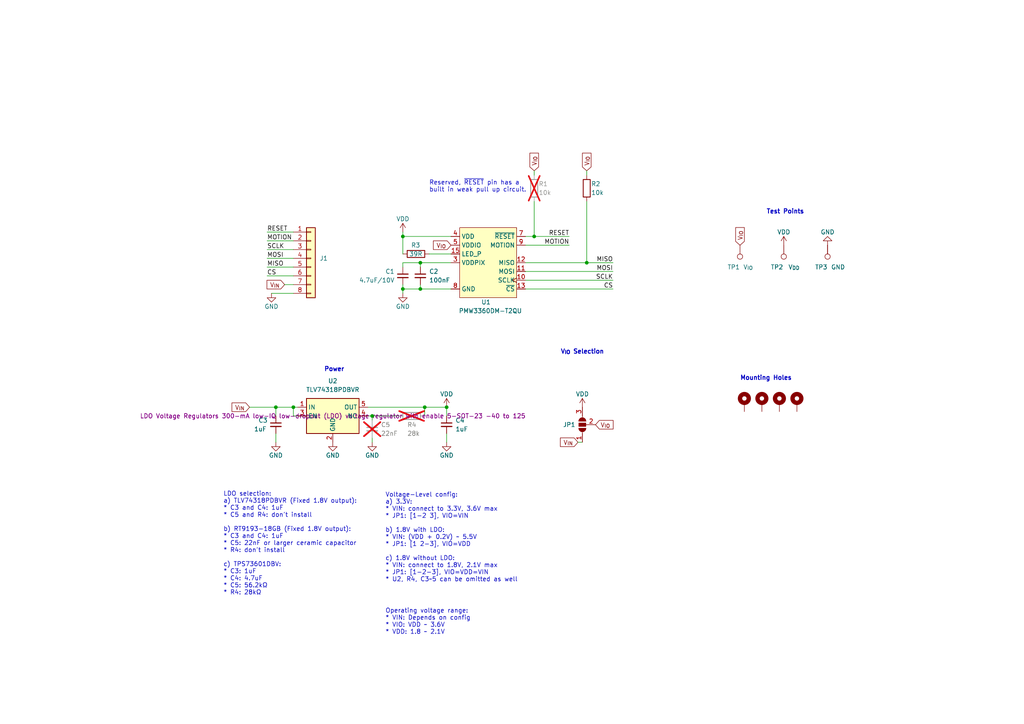
<source format=kicad_sch>
(kicad_sch (version 20250114) (generator "eeschema") (generator_version "9.0")
  (paper "A4")
  (title_block (title "PMW3360 PCB") (date "2023-12-15") (rev "J.1") (company "SideraKB") (comment 1 "Open Source Hardware, CERN-OHL-P v2") (comment 2 "PMW3360DM-T2QU optical mouse sensor breakout board") (comment 3 "JST GH 1.25mm Connector"))
  (lib_symbols
    (symbol "Connector:TestPoint" (pin_numbers (hide yes)) (pin_names (offset 0.762) (hide yes))
      (property "Reference" "TP" (at 0 6.858 0))
      (property "Value" "TestPoint" (at 0 5.08 0))
      (symbol "TestPoint_0_1"
        (circle (center 0 3.302) (radius 0.762))
      )
      (symbol "TestPoint_1_1"
        (pin passive line (at 0 0 90) (length 2.54) (name "1") (number "1"))
      )
    )
    (symbol "Connector_Generic:Conn_01x08" (pin_names (offset 1.016) (hide yes))
      (property "Reference" "J" (at 0 10.16 0))
      (property "Value" "Conn_01x08" (at 0 -12.7 0))
      (symbol "Conn_01x08_1_1"
        (rectangle (start -1.27 8.89) (end 1.27 -11.43) (stroke (width 0.254)) (fill (type background)))
        (rectangle (start -1.27 7.747) (end 0 7.493) (stroke (width 0.1524)))
        (rectangle (start -1.27 5.207) (end 0 4.953) (stroke (width 0.1524)))
        (rectangle (start -1.27 2.667) (end 0 2.413) (stroke (width 0.1524)))
        (rectangle (start -1.27 0.127) (end 0 -0.127) (stroke (width 0.1524)))
        (rectangle (start -1.27 -2.413) (end 0 -2.667) (stroke (width 0.1524)))
        (rectangle (start -1.27 -4.953) (end 0 -5.207) (stroke (width 0.1524)))
        (rectangle (start -1.27 -7.493) (end 0 -7.747) (stroke (width 0.1524)))
        (rectangle (start -1.27 -10.033) (end 0 -10.287) (stroke (width 0.1524)))
        (pin passive line (at -5.08 7.62 0) (length 3.81) (name "Pin_1") (number "1"))
        (pin passive line (at -5.08 5.08 0) (length 3.81) (name "Pin_2") (number "2"))
        (pin passive line (at -5.08 2.54 0) (length 3.81) (name "Pin_3") (number "3"))
        (pin passive line (at -5.08 0 0) (length 3.81) (name "Pin_4") (number "4"))
        (pin passive line (at -5.08 -2.54 0) (length 3.81) (name "Pin_5") (number "5"))
        (pin passive line (at -5.08 -5.08 0) (length 3.81) (name "Pin_6") (number "6"))
        (pin passive line (at -5.08 -7.62 0) (length 3.81) (name "Pin_7") (number "7"))
        (pin passive line (at -5.08 -10.16 0) (length 3.81) (name "Pin_8") (number "8"))
      )
    )
    (symbol "Device:C_Small" (pin_numbers (hide yes)) (pin_names (offset 0.254) (hide yes))
      (property "Reference" "C" (at 0.254 1.778 0))
      (property "Value" "C_Small" (at 0.254 -2.032 0))
      (symbol "C_Small_0_1"
        (polyline (pts (xy -1.524 0.508) (xy 1.524 0.508)) (stroke (width 0.3048)))
        (polyline (pts (xy -1.524 -0.508) (xy 1.524 -0.508)) (stroke (width 0.3302)))
      )
      (symbol "C_Small_1_1"
        (pin passive line (at 0 2.54 270) (length 2.032) (name "~") (number "1"))
        (pin passive line (at 0 -2.54 90) (length 2.032) (name "~") (number "2"))
      )
    )
    (symbol "Device:R" (pin_numbers (hide yes)) (pin_names (offset 0))
      (property "Reference" "R" (at 2.032 0 90))
      (property "Value" "R" (at 0 0 90))
      (symbol "R_0_1"
        (rectangle (start -1.016 -2.54) (end 1.016 2.54) (stroke (width 0.254)))
      )
      (symbol "R_1_1"
        (pin passive line (at 0 3.81 270) (length 1.27) (name "~") (number "1"))
        (pin passive line (at 0 -3.81 90) (length 1.27) (name "~") (number "2"))
      )
    )
    (symbol "Jumper:SolderJumper_3_Open" (pin_names (offset 0) (hide yes))
      (property "Reference" "JP" (at -2.54 -2.54 0))
      (property "Value" "SolderJumper_3_Open" (at 0 2.794 0))
      (symbol "SolderJumper_3_Open_0_1"
        (polyline (pts (xy -2.54 0) (xy -2.032 0)))
        (polyline (pts (xy -1.016 1.016) (xy -1.016 -1.016)))
        (arc (start -1.016 -1.016) (mid -2.0276 0) (end -1.016 1.016))
        (arc (start -1.016 -1.016) (mid -2.0276 0) (end -1.016 1.016) (fill (type outline)))
        (rectangle (start -0.508 1.016) (end 0.508 -1.016) (fill (type outline)))
        (polyline (pts (xy 0 -1.27) (xy 0 -1.016)))
        (arc (start 1.016 1.016) (mid 2.0276 0) (end 1.016 -1.016))
        (arc (start 1.016 1.016) (mid 2.0276 0) (end 1.016 -1.016) (fill (type outline)))
        (polyline (pts (xy 1.016 1.016) (xy 1.016 -1.016)))
        (polyline (pts (xy 2.54 0) (xy 2.032 0)))
      )
      (symbol "SolderJumper_3_Open_1_1"
        (pin passive line (at -5.08 0 0) (length 2.54) (name "A") (number "1"))
        (pin passive line (at 0 -3.81 90) (length 2.54) (name "C") (number "2"))
        (pin passive line (at 5.08 0 180) (length 2.54) (name "B") (number "3"))
      )
    )
    (symbol "Mechanical:MountingHole_Pad" (pin_numbers (hide yes)) (pin_names (offset 1.016) (hide yes))
      (property "Reference" "H" (at 0 6.35 0))
      (property "Value" "MountingHole_Pad" (at 0 4.445 0))
      (symbol "MountingHole_Pad_0_1"
        (circle (center 0 1.27) (radius 1.27) (stroke (width 1.27)))
      )
      (symbol "MountingHole_Pad_1_1"
        (pin input line (at 0 -2.54 90) (length 2.54) (name "1") (number "1"))
      )
    )
    (symbol "PMW3360_PCB:PMW3360DM-T2QU"
      (property "Reference" "U?" (at -6.35 -13.97 0))
      (property "Value" "PMW3360DM-T2QU" (at 1.27 -11.43 0))
      (symbol "PMW3360DM-T2QU_0_1"
        (rectangle (start -7.62 10.16) (end 8.89 -10.16) (fill (type background)))
      )
      (symbol "PMW3360DM-T2QU_1_1"
        (pin power_in line (at -10.16 7.62 0) (length 2.54) (name "VDD") (number "4"))
        (pin power_in line (at -10.16 5.08 0) (length 2.54) (name "VDDIO") (number "5"))
        (pin power_in line (at -10.16 2.54 0) (length 2.54) (name "LED_P") (number "15"))
        (pin power_out line (at -10.16 0 0) (length 2.54) (name "VDDPIX") (number "3"))
        (pin power_in line (at -10.16 -7.62 0) (length 2.54) (name "GND") (number "8"))
        (pin no_connect line (at -1.27 21.59 180) (length 2.54) (hide yes) (name "NC") (number "16"))
        (pin no_connect inverted (at -1.27 19.05 180) (length 2.54) (hide yes) (name "NC") (number "14"))
        (pin no_connect line (at -1.27 16.51 180) (length 2.54) (hide yes) (name "NC") (number "2"))
        (pin no_connect line (at -1.27 13.97 180) (length 2.54) (hide yes) (name "NC") (number "1"))
        (pin no_connect line (at -1.27 11.43 180) (length 2.54) (hide yes) (name "NC") (number "6"))
        (pin input line (at 11.43 7.62 180) (length 2.54) (name "~{RESET}") (number "7"))
        (pin output line (at 11.43 5.08 180) (length 2.54) (name "MOTION") (number "9"))
        (pin output line (at 11.43 0 180) (length 2.54) (name "MISO") (number "12"))
        (pin input line (at 11.43 -2.54 180) (length 2.54) (name "MOSI") (number "11"))
        (pin input clock (at 11.43 -5.08 180) (length 2.54) (name "SCLK") (number "10"))
        (pin input line (at 11.43 -7.62 180) (length 2.54) (name "~{CS}") (number "13"))
      )
    )
    (symbol "PMW3360_PCB:TLV74318PDBVR"
      (property "Reference" "U" (at 0 8.89 0))
      (property "Value" "TLV74318PDBVR" (at 0 6.35 0))
      (symbol "TLV74318PDBVR_0_1"
        (rectangle (start -7.62 5.08) (end 7.62 -5.08) (stroke (width 0.254)) (fill (type background)))
      )
      (symbol "TLV74318PDBVR_1_1"
        (pin power_in line (at -10.16 2.54 0) (length 2.54) (name "IN") (number "1"))
        (pin input line (at -10.16 0 0) (length 2.54) (name "EN") (number "3"))
        (pin power_in line (at 0 -7.62 90) (length 2.54) (name "GND") (number "2"))
        (pin power_out line (at 10.16 2.54 180) (length 2.54) (name "OUT") (number "5"))
        (pin output line (at 10.16 0 180) (length 2.54) (name "NC") (number "4"))
      )
    )
    (symbol "power:GND" (power) (pin_names (offset 0))
      (property "Value" "GND" (at 0 -3.81 0))
      (symbol "GND_0_1"
        (polyline (pts (xy 0 0) (xy 0 -1.27) (xy 1.27 -1.27) (xy 0 -2.54) (xy -1.27 -1.27) (xy 0 -1.27)))
      )
      (symbol "GND_1_1"
        (pin power_in line (at 0 0 270) (length 0) (hide yes) (name "GND") (number "1"))
      )
    )
    (symbol "power:VDD" (power) (pin_names (offset 0))
      (property "Value" "VDD" (at 0 3.81 0))
      (symbol "VDD_0_1"
        (polyline (pts (xy -0.762 1.27) (xy 0 2.54)))
        (polyline (pts (xy 0 2.54) (xy 0.762 1.27)))
        (polyline (pts (xy 0 0) (xy 0 2.54)))
      )
      (symbol "VDD_1_1"
        (pin power_in line (at 0 0 90) (length 0) (hide yes) (name "VDD") (number "1"))
      )
    )
  )
  (text "Mounting Holes" (at 214.63 110.49 0) (effects (font (size 1.27 1.27) (thickness 0.254) (bold yes)) (justify left bottom)))
  (text "Test Points" (at 222.25 62.23 0) (effects (font (size 1.27 1.27) (thickness 0.254) (bold yes)) (justify left bottom)))
  (text "V_{IO} Selection" (at 162.56 102.87 0) (effects (font (size 1.27 1.27) (thickness 0.254) (bold yes)) (justify left bottom)))
  (text "LDO selection:\na) TLV74318PDBVR (Fixed 1.8V output):\n* C3 and C4: 1uF\n* C5 and R4: don't install\n\nb) RT9193-18GB (Fixed 1.8V output):\n* C3 and C4: 1uF\n* C5: 22nF or larger ceramic capacitor\n* R4: don't install\n\nc) TPS73601DBV:\n* C3: 1uF\n* C4: 4.7uF\n* C5: 56.2kΩ\n* R4: 28kΩ" (at 64.77 172.72 0) (effects (font (size 1.27 1.27)) (justify left bottom)))
  (text "Operating voltage range:\n* VIN: Depends on config\n* VIO: VDD ~ 3.6V\n* VDD: 1.8 ~ 2.1V" (at 111.76 184.15 0) (effects (font (size 1.27 1.27)) (justify left bottom)))
  (text "Power" (at 93.98 107.95 0) (effects (font (size 1.27 1.27) (thickness 0.254) (bold yes)) (justify left bottom)))
  (text "Reserved, ~{RESET} pin has a \nbuilt in weak pull up circuit." (at 124.46 55.88 0) (effects (font (size 1.27 1.27)) (justify left bottom)))
  (text "Voltage-Level config:\na) 3.3V:\n* VIN: connect to 3.3V, 3.6V max\n* JP1: [1-2 3], VIO=VIN\n\nb) 1.8V with LDO:\n* VIN: (VDD + 0.2V) ~ 5.5V\n* JP1: [1 2-3], VIO=VDD\n\nc) 1.8V without LDO:\n* VIN: connect to 1.8V, 2.1V max\n* JP1: [1-2-3], VIO=VDD=VIN\n* U2, R4, C3~5 can be omitted as well\n" (at 111.76 168.91 0) (effects (font (size 1.27 1.27)) (justify left bottom)))
  (junction (at 80.01 118.11))
  (junction (at 129.54 118.11))
  (junction (at 154.94 68.58))
  (junction (at 116.84 83.82))
  (junction (at 107.95 120.65))
  (junction (at 121.92 76.2))
  (junction (at 121.92 83.82))
  (junction (at 123.19 118.11))
  (junction (at 85.09 118.11))
  (junction (at 116.84 68.58))
  (junction (at 170.18 76.2))
  (wire (pts (xy 106.68 118.11) (xy 123.19 118.11)))
  (wire (pts (xy 170.18 50.8) (xy 170.18 49.53)))
  (wire (pts (xy 78.74 85.09) (xy 85.09 85.09)))
  (wire (pts (xy 72.39 118.11) (xy 80.01 118.11)))
  (wire (pts (xy 152.4 76.2) (xy 170.18 76.2)))
  (wire (pts (xy 170.18 76.2) (xy 177.8 76.2)))
  (wire (pts (xy 107.95 120.65) (xy 107.95 121.92)))
  (wire (pts (xy 154.94 68.58) (xy 165.1 68.58)))
  (wire (pts (xy 82.55 82.55) (xy 85.09 82.55)))
  (wire (pts (xy 77.47 80.01) (xy 85.09 80.01)))
  (wire (pts (xy 154.94 58.42) (xy 154.94 68.58)))
  (wire (pts (xy 80.01 118.11) (xy 85.09 118.11)))
  (wire (pts (xy 121.92 76.2) (xy 130.81 76.2)))
  (wire (pts (xy 77.47 74.93) (xy 85.09 74.93)))
  (wire (pts (xy 116.84 68.58) (xy 116.84 73.66)))
  (wire (pts (xy 80.01 120.65) (xy 80.01 118.11)))
  (wire (pts (xy 85.09 118.11) (xy 86.36 118.11)))
  (wire (pts (xy 80.01 128.27) (xy 80.01 125.73)))
  (wire (pts (xy 116.84 68.58) (xy 130.81 68.58)))
  (wire (pts (xy 77.47 72.39) (xy 85.09 72.39)))
  (wire (pts (xy 167.64 128.27) (xy 168.91 128.27)))
  (wire (pts (xy 154.94 50.8) (xy 154.94 49.53)))
  (wire (pts (xy 116.84 67.31) (xy 116.84 68.58)))
  (wire (pts (xy 77.47 69.85) (xy 85.09 69.85)))
  (wire (pts (xy 77.47 67.31) (xy 85.09 67.31)))
  (wire (pts (xy 116.84 76.2) (xy 121.92 76.2)))
  (wire (pts (xy 170.18 58.42) (xy 170.18 76.2)))
  (wire (pts (xy 107.95 120.65) (xy 115.57 120.65)))
  (wire (pts (xy 152.4 83.82) (xy 177.8 83.82)))
  (wire (pts (xy 86.36 120.65) (xy 85.09 120.65)))
  (wire (pts (xy 121.92 82.55) (xy 121.92 83.82)))
  (wire (pts (xy 152.4 68.58) (xy 154.94 68.58)))
  (wire (pts (xy 152.4 71.12) (xy 165.1 71.12)))
  (wire (pts (xy 121.92 77.47) (xy 121.92 76.2)))
  (wire (pts (xy 129.54 128.27) (xy 129.54 125.73)))
  (wire (pts (xy 85.09 118.11) (xy 85.09 120.65)))
  (wire (pts (xy 152.4 81.28) (xy 177.8 81.28)))
  (wire (pts (xy 129.54 120.65) (xy 129.54 118.11)))
  (wire (pts (xy 107.95 127) (xy 107.95 128.27)))
  (wire (pts (xy 124.46 73.66) (xy 130.81 73.66)))
  (wire (pts (xy 106.68 120.65) (xy 107.95 120.65)))
  (wire (pts (xy 116.84 83.82) (xy 116.84 82.55)))
  (wire (pts (xy 116.84 83.82) (xy 121.92 83.82)))
  (wire (pts (xy 121.92 83.82) (xy 130.81 83.82)))
  (wire (pts (xy 123.19 118.11) (xy 129.54 118.11)))
  (wire (pts (xy 123.19 118.11) (xy 123.19 120.65)))
  (wire (pts (xy 77.47 77.47) (xy 85.09 77.47)))
  (wire (pts (xy 116.84 83.82) (xy 116.84 85.09)))
  (wire (pts (xy 116.84 76.2) (xy 116.84 77.47)))
  (wire (pts (xy 152.4 78.74) (xy 177.8 78.74)))
  (label "MISO" (at 77.47 77.47 0))
  (label "MOSI" (at 177.8 78.74 180))
  (label "CS" (at 77.47 80.01 0))
  (label "MISO" (at 177.8 76.2 180))
  (label "MOSI" (at 77.47 74.93 0))
  (label "SCLK" (at 177.8 81.28 180))
  (label "MOTION" (at 165.1 71.12 180))
  (label "SCLK" (at 77.47 72.39 0))
  (label "CS" (at 177.8 83.82 180))
  (label "RESET" (at 165.1 68.58 180))
  (label "RESET" (at 77.47 67.31 0))
  (label "MOTION" (at 77.47 69.85 0))
  (global_label "V_{IO}" (shape input) (at 214.63 71.12 90) (property "Intersheetrefs" "${INTERSHEET_REFS}" (effects (hide yes))))
  (global_label "V_{IO}" (shape input) (at 170.18 49.53 90) (property "Intersheetrefs" "${INTERSHEET_REFS}" (effects (hide yes))))
  (global_label "V_{IN}" (shape input) (at 72.39 118.11 180) (property "Intersheetrefs" "${INTERSHEET_REFS}" (effects (hide yes))))
  (global_label "V_{IO}" (shape input) (at 172.72 123.19 0) (property "Intersheetrefs" "${INTERSHEET_REFS}" (effects (hide yes))))
  (global_label "V_{IO}" (shape input) (at 130.81 71.12 180) (property "Intersheetrefs" "${INTERSHEET_REFS}" (effects (hide yes))))
  (global_label "V_{IN}" (shape input) (at 82.55 82.55 180) (property "Intersheetrefs" "${INTERSHEET_REFS}" (effects (hide yes))))
  (global_label "V_{IN}" (shape input) (at 167.64 128.27 180) (property "Intersheetrefs" "${INTERSHEET_REFS}" (effects (hide yes))))
  (global_label "V_{IO}" (shape input) (at 154.94 49.53 90) (property "Intersheetrefs" "${INTERSHEET_REFS}" (effects (hide yes))))
  (symbol (lib_id "power:GND") (at 129.54 128.27 0) (unit 1)
    (property "Reference" "#PWR015" (effects (hide yes)))
    (property "Value" "GND" (at 129.54 132.08 0))
  )
  (symbol (lib_id "Connector:TestPoint") (at 227.33 71.12 180) (unit 1)
    (property "Reference" "TP2" (at 223.52 77.47 0) (effects (justify right)))
    (property "Value" "V_{DD}" (at 228.6 77.47 0) (effects (justify right)))
    (property "Footprint" "TestPoint:TestPoint_Pad_D1.0mm" (effects (hide yes)))
  )
  (symbol (lib_id "power:VDD") (at 129.54 118.11 0) (unit 1)
    (property "Reference" "#PWR06" (effects (hide yes)))
    (property "Value" "VDD" (at 129.54 114.3 0))
  )
  (symbol (lib_id "power:VDD") (at 116.84 67.31 0) (unit 1)
    (property "Reference" "#PWR01" (effects (hide yes)))
    (property "Value" "VDD" (at 116.84 63.5 0))
  )
  (symbol (lib_id "Device:R") (at 119.38 120.65 270) (unit 1) (dnp yes)
    (property "Reference" "R4" (at 118.11 123.19 90) (effects (justify left)))
    (property "Value" "28k" (at 118.11 125.73 90) (effects (justify left)))
    (property "Footprint" "Resistor_SMD:R_0603_1608Metric_Pad0.98x0.95mm_HandSolder" (effects (hide yes)))
  )
  (symbol (lib_id "Mechanical:MountingHole_Pad") (at 220.98 116.84 0) (unit 1) (in_bom no)
    (property "Reference" "H2" (effects (hide yes)))
    (property "Value" "MountingHole_Pad" (effects (hide yes)))
    (property "Footprint" "MountingHole:MountingHole_2.2mm_M2_ISO14580_Pad" (effects (hide yes)))
  )
  (symbol (lib_id "Device:C_Small") (at 129.54 123.19 0) (unit 1)
    (property "Reference" "C4" (at 132.08 121.9263 0) (effects (justify left)))
    (property "Value" "1uF" (at 132.08 124.4663 0) (effects (justify left)))
    (property "Footprint" "Capacitor_SMD:C_0603_1608Metric_Pad1.08x0.95mm_HandSolder" (effects (hide yes)))
  )
  (symbol (lib_id "Mechanical:MountingHole_Pad") (at 215.9 116.84 0) (unit 1) (in_bom no)
    (property "Reference" "H1" (effects (hide yes)))
    (property "Value" "MountingHole_Pad" (effects (hide yes)))
    (property "Footprint" "MountingHole:MountingHole_2.2mm_M2_ISO14580_Pad" (effects (hide yes)))
  )
  (symbol (lib_id "Device:R") (at 120.65 73.66 90) (unit 1)
    (property "Reference" "R3" (at 121.92 71.12 90) (effects (justify left)))
    (property "Value" "39R" (at 122.555 73.66 90) (effects (justify left)))
    (property "Footprint" "Resistor_SMD:R_0603_1608Metric_Pad0.98x0.95mm_HandSolder" (effects (hide yes)))
  )
  (symbol (lib_id "power:GND") (at 116.84 85.09 0) (unit 1)
    (property "Reference" "#PWR05" (effects (hide yes)))
    (property "Value" "GND" (at 116.84 88.9 0))
  )
  (symbol (lib_id "Device:C_Small") (at 116.84 80.01 0) (unit 1)
    (property "Reference" "C1" (at 111.76 78.74 0) (effects (justify left)))
    (property "Value" "4.7uF/10V" (at 104.14 81.28 0) (effects (justify left)))
    (property "Footprint" "Capacitor_SMD:C_0603_1608Metric_Pad1.08x0.95mm_HandSolder" (effects (hide yes)))
  )
  (symbol (lib_id "power:GND") (at 78.74 85.09 0) (unit 1)
    (property "Reference" "#PWR04" (effects (hide yes)))
    (property "Value" "GND" (at 78.74 88.9 0))
  )
  (symbol (lib_id "Device:C_Small") (at 107.95 124.46 0) (mirror y) (unit 1) (dnp yes)
    (property "Reference" "C5" (at 110.49 123.19 0) (effects (justify right)))
    (property "Value" "22nF" (at 110.49 125.73 0) (effects (justify right)))
    (property "Footprint" "Capacitor_SMD:C_0603_1608Metric_Pad1.08x0.95mm_HandSolder" (effects (hide yes)))
    (property "LCSC" "C21122" (effects (hide yes)))
    (property "Mfr. #" "CL10B223KB8NNNC" (effects (hide yes)))
  )
  (symbol (lib_id "power:GND") (at 240.03 71.12 180) (unit 1)
    (property "Reference" "#PWR03" (effects (hide yes)))
    (property "Value" "GND" (at 240.03 67.31 0))
  )
  (symbol (lib_id "Mechanical:MountingHole_Pad") (at 231.14 116.84 0) (unit 1) (in_bom no)
    (property "Reference" "H4" (effects (hide yes)))
    (property "Value" "MountingHole_Pad" (effects (hide yes)))
    (property "Footprint" "MountingHole:MountingHole_2.2mm_M2_ISO14580_Pad" (effects (hide yes)))
  )
  (symbol (lib_id "PMW3360_PCB:PMW3360DM-T2QU") (at 140.97 76.2 0) (unit 1)
    (property "Reference" "U1" (at 140.97 87.63 0))
    (property "Value" "PMW3360DM-T2QU" (at 142.24 90.17 0))
    (property "Footprint" "PMW3360_PCB:PMW3360DM-T2QU 16Pin" (effects (hide yes)))
    (property "Datasheet" "https://www.pixart.com/products-detail/tw/10/PMW3360DM-T2QU" (effects (hide yes)))
  )
  (symbol (lib_id "power:VDD") (at 227.33 71.12 0) (unit 1)
    (property "Reference" "#PWR02" (effects (hide yes)))
    (property "Value" "VDD" (at 227.33 67.31 0))
  )
  (symbol (lib_id "Device:C_Small") (at 80.01 123.19 0) (unit 1)
    (property "Reference" "C3" (at 74.93 121.92 0) (effects (justify left)))
    (property "Value" "1uF" (at 73.66 124.46 0) (effects (justify left)))
    (property "Footprint" "Capacitor_SMD:C_0603_1608Metric_Pad1.08x0.95mm_HandSolder" (effects (hide yes)))
  )
  (symbol (lib_id "Device:R") (at 154.94 54.61 0) (unit 1) (dnp yes)
    (property "Reference" "R1" (at 156.21 53.34 0) (effects (justify left)))
    (property "Value" "10k" (at 156.21 55.88 0) (effects (justify left)))
    (property "Footprint" "Resistor_SMD:R_0603_1608Metric_Pad0.98x0.95mm_HandSolder" (effects (hide yes)))
  )
  (symbol (lib_id "Device:C_Small") (at 121.92 80.01 0) (unit 1)
    (property "Reference" "C2" (at 124.46 78.74 0) (effects (justify left)))
    (property "Value" "100nF" (at 124.46 81.28 0) (effects (justify left)))
    (property "Footprint" "Capacitor_SMD:C_0603_1608Metric_Pad1.08x0.95mm_HandSolder" (effects (hide yes)))
  )
  (symbol (lib_id "Connector:TestPoint") (at 240.03 71.12 180) (unit 1)
    (property "Reference" "TP3" (at 240.03 77.47 0) (effects (justify left)))
    (property "Value" "GND" (at 245.11 77.47 0) (effects (justify left)))
    (property "Footprint" "TestPoint:TestPoint_Pad_D1.0mm" (effects (hide yes)))
  )
  (symbol (lib_id "Device:R") (at 170.18 54.61 0) (unit 1)
    (property "Reference" "R2" (at 171.45 53.34 0) (effects (justify left)))
    (property "Value" "10k" (at 171.45 55.88 0) (effects (justify left)))
    (property "Footprint" "Resistor_SMD:R_0603_1608Metric_Pad0.98x0.95mm_HandSolder" (effects (hide yes)))
  )
  (symbol (lib_id "power:GND") (at 80.01 128.27 0) (unit 1)
    (property "Reference" "#PWR012" (effects (hide yes)))
    (property "Value" "GND" (at 80.01 132.08 0))
  )
  (symbol (lib_id "power:GND") (at 107.95 128.27 0) (unit 1)
    (property "Reference" "#PWR014" (effects (hide yes)))
    (property "Value" "GND" (at 107.95 132.08 0))
  )
  (symbol (lib_id "Jumper:SolderJumper_3_Open") (at 168.91 123.19 90) (unit 1)
    (property "Reference" "JP1" (at 165.1 123.19 90))
    (property "Value" "SolderJumper_3_Open" (effects (hide yes)))
    (property "Footprint" "Jumper:SolderJumper-3_P1.3mm_Open_RoundedPad1.0x1.5mm_NumberLabels" (effects (hide yes)))
  )
  (symbol (lib_id "power:GND") (at 96.52 128.27 0) (unit 1)
    (property "Reference" "#PWR013" (effects (hide yes)))
    (property "Value" "GND" (at 96.52 132.08 0))
  )
  (symbol (lib_id "PMW3360_PCB:TLV74318PDBVR") (at 96.52 120.65 0) (unit 1)
    (property "Reference" "U2" (at 96.52 110.49 0))
    (property "Value" "TLV74318PDBVR" (at 96.52 113.03 0))
    (property "Footprint" "bots:SOT-23-5" (effects (hide yes)))
    (property "Description" "LDO Voltage Regulators 300-mA low-IQ low-dropout (LDO) voltage regulator with enable 5-SOT-23 -40 to 125" (at 96.52 120.65 0))
    (property "LCSC" "C485152" (effects (hide yes)))
    (property "Mfr. #" "TLV74318PDBVR" (effects (hide yes)))
  )
  (symbol (lib_id "Connector_Generic:Conn_01x08") (at 90.17 74.93 0) (unit 1)
    (property "Reference" "J1" (at 92.71 74.93 0) (effects (justify left)))
    (property "Value" "Conn_01x08" (effects (hide yes)))
    (property "Footprint" "Connector_JST:JST_GH_SM08B-GHS-TB_1x08-1MP_P1.25mm_Horizontal" (effects (hide yes)))
  )
  (symbol (lib_id "Mechanical:MountingHole_Pad") (at 226.06 116.84 0) (unit 1) (in_bom no)
    (property "Reference" "H3" (effects (hide yes)))
    (property "Value" "MountingHole_Pad" (effects (hide yes)))
    (property "Footprint" "MountingHole:MountingHole_2.2mm_M2_ISO14580_Pad" (effects (hide yes)))
  )
  (symbol (lib_id "power:VDD") (at 168.91 118.11 0) (unit 1)
    (property "Reference" "#PWR07" (effects (hide yes)))
    (property "Value" "VDD" (at 168.91 114.3 0))
  )
  (symbol (lib_id "Connector:TestPoint") (at 214.63 71.12 180) (unit 1)
    (property "Reference" "TP1" (at 214.63 77.47 0) (effects (justify left)))
    (property "Value" "V_{IO}" (at 218.44 77.47 0) (effects (justify left)))
    (property "Footprint" "TestPoint:TestPoint_Pad_D1.0mm" (effects (hide yes)))
  )
)
</source>
